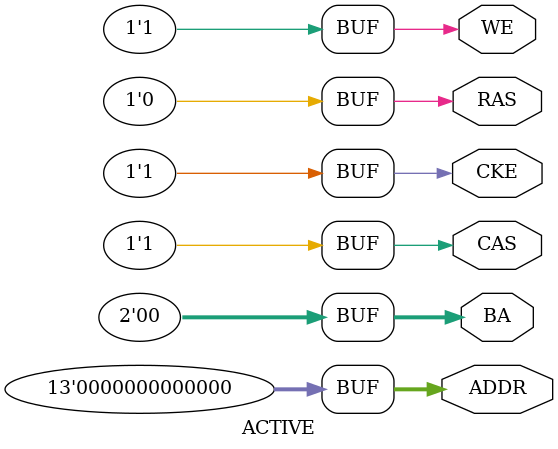
<source format=v>

module ACTIVE #(
parameter row = 0,
parameter bank = 0
)
(
output CKE			,
output RAS			,
output CAS			,
output WE			,
output [1:0] BA		,
output [12:0] ADDR
);


assign	CKE 	= 1;
assign	RAS 	= 0;
assign	CAS 	= 1;
assign	WE 	= 1;
assign	BA		= bank;
assign	ADDR	= row;

endmodule

/* Instance module

ACTIVE #( .row(row), .bank(bank)) active_ex(
	.CKE(CKE),
	.RAS(RAS),
	.CAS(CAS),
	.WE(WE),
	.BA(BA),
	.ADDR(ADDR)
);

*/
</source>
